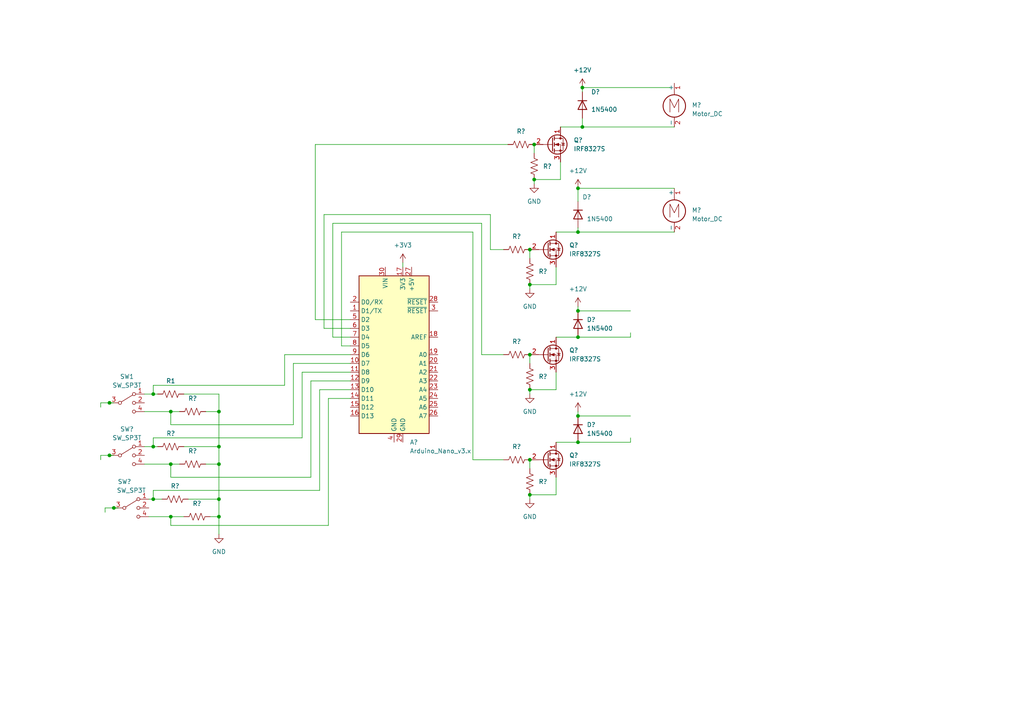
<source format=kicad_sch>
(kicad_sch (version 20211123) (generator eeschema)
  (paper "A4")
  (lib_symbols
    (symbol "Device:R_US" (pin_numbers hide) (pin_names (offset 0))
      (property "Reference" "R" (at 2.54 0 90))
      (property "Value" "R_US" (at -2.54 0 90))
      (symbol "R_US_0_1"
        (polyline (pts (xy 0 -2.286) (xy 0 -2.54)))
        (polyline (pts (xy 0 2.286) (xy 0 2.54)))
        (polyline (pts (xy 0 -0.762) (xy 1.016 -1.143) (xy 0 -1.524) (xy -1.016 -1.905) (xy 0 -2.286)))
        (polyline (pts (xy 0 0.762) (xy 1.016 0.381) (xy 0 0) (xy -1.016 -0.381) (xy 0 -0.762)))
        (polyline (pts (xy 0 2.286) (xy 1.016 1.905) (xy 0 1.524) (xy -1.016 1.143) (xy 0 0.762)))
      )
      (symbol "R_US_1_1"
        (pin passive line (at 0 3.81 270) (length 1.27) (name "~") (number "1"))
        (pin passive line (at 0 -3.81 90) (length 1.27) (name "~") (number "2"))
      )
    )
    (symbol "Diode:1N5400" (pin_numbers hide) (pin_names (offset 1.016) hide)
      (property "Reference" "D" (at 0 2.54 0))
      (property "Value" "1N5400" (at 0 -2.54 0))
      (symbol "1N5400_0_1"
        (polyline (pts (xy -1.27 1.27) (xy -1.27 -1.27)) (stroke (width 0.254)))
        (polyline (pts (xy 1.27 0) (xy -1.27 0)))
        (polyline (pts (xy 1.27 1.27) (xy 1.27 -1.27) (xy -1.27 0) (xy 1.27 1.27)) (stroke (width 0.254)))
      )
      (symbol "1N5400_1_1"
        (pin passive line (at -3.81 0 0) (length 2.54) (name "K") (number "1"))
        (pin passive line (at 3.81 0 180) (length 2.54) (name "A") (number "2"))
      )
    )
    (symbol "MCU_Module:Arduino_Nano_v3.x"
      (property "Reference" "A" (at -10.16 23.495 0))
      (property "Value" "Arduino_Nano_v3.x" (at 5.08 -24.13 0))
      (symbol "Arduino_Nano_v3.x_0_1"
        (rectangle (start -10.16 22.86) (end 10.16 -22.86) (stroke (width 0.254)) (fill (type background)))
      )
      (symbol "Arduino_Nano_v3.x_1_1"
        (pin bidirectional line (at -12.7 12.7 0) (length 2.54) (name "D1/TX") (number "1"))
        (pin bidirectional line (at -12.7 -2.54 0) (length 2.54) (name "D7") (number "10"))
        (pin bidirectional line (at -12.7 -5.08 0) (length 2.54) (name "D8") (number "11"))
        (pin bidirectional line (at -12.7 -7.62 0) (length 2.54) (name "D9") (number "12"))
        (pin bidirectional line (at -12.7 -10.16 0) (length 2.54) (name "D10") (number "13"))
        (pin bidirectional line (at -12.7 -12.7 0) (length 2.54) (name "D11") (number "14"))
        (pin bidirectional line (at -12.7 -15.24 0) (length 2.54) (name "D12") (number "15"))
        (pin bidirectional line (at -12.7 -17.78 0) (length 2.54) (name "D13") (number "16"))
        (pin power_out line (at 2.54 25.4 270) (length 2.54) (name "3V3") (number "17"))
        (pin input line (at 12.7 5.08 180) (length 2.54) (name "AREF") (number "18"))
        (pin bidirectional line (at 12.7 0 180) (length 2.54) (name "A0") (number "19"))
        (pin bidirectional line (at -12.7 15.24 0) (length 2.54) (name "D0/RX") (number "2"))
        (pin bidirectional line (at 12.7 -2.54 180) (length 2.54) (name "A1") (number "20"))
        (pin bidirectional line (at 12.7 -5.08 180) (length 2.54) (name "A2") (number "21"))
        (pin bidirectional line (at 12.7 -7.62 180) (length 2.54) (name "A3") (number "22"))
        (pin bidirectional line (at 12.7 -10.16 180) (length 2.54) (name "A4") (number "23"))
        (pin bidirectional line (at 12.7 -12.7 180) (length 2.54) (name "A5") (number "24"))
        (pin bidirectional line (at 12.7 -15.24 180) (length 2.54) (name "A6") (number "25"))
        (pin bidirectional line (at 12.7 -17.78 180) (length 2.54) (name "A7") (number "26"))
        (pin power_out line (at 5.08 25.4 270) (length 2.54) (name "+5V") (number "27"))
        (pin input line (at 12.7 15.24 180) (length 2.54) (name "~{RESET}") (number "28"))
        (pin power_in line (at 2.54 -25.4 90) (length 2.54) (name "GND") (number "29"))
        (pin input line (at 12.7 12.7 180) (length 2.54) (name "~{RESET}") (number "3"))
        (pin power_in line (at -2.54 25.4 270) (length 2.54) (name "VIN") (number "30"))
        (pin power_in line (at 0 -25.4 90) (length 2.54) (name "GND") (number "4"))
        (pin bidirectional line (at -12.7 10.16 0) (length 2.54) (name "D2") (number "5"))
        (pin bidirectional line (at -12.7 7.62 0) (length 2.54) (name "D3") (number "6"))
        (pin bidirectional line (at -12.7 5.08 0) (length 2.54) (name "D4") (number "7"))
        (pin bidirectional line (at -12.7 2.54 0) (length 2.54) (name "D5") (number "8"))
        (pin bidirectional line (at -12.7 0 0) (length 2.54) (name "D6") (number "9"))
      )
    )
    (symbol "Motor:Motor_DC" (pin_names (offset 0))
      (property "Reference" "M" (at 2.54 2.54 0))
      (property "Value" "Motor_DC" (at 2.54 -5.08 0))
      (symbol "Motor_DC_0_0"
        (polyline (pts (xy -1.27 -3.302) (xy -1.27 0.508) (xy 0 -2.032) (xy 1.27 0.508) (xy 1.27 -3.302)))
      )
      (symbol "Motor_DC_0_1"
        (circle (center 0 -1.524) (radius 3.2512) (stroke (width 0.254)))
        (polyline (pts (xy 0 -7.62) (xy 0 -7.112)))
        (polyline (pts (xy 0 -4.7752) (xy 0 -5.1816)))
        (polyline (pts (xy 0 1.7272) (xy 0 2.0828)))
        (polyline (pts (xy 0 2.032) (xy 0 2.54)))
      )
      (symbol "Motor_DC_1_1"
        (pin passive line (at 0 5.08 270) (length 2.54) (name "+") (number "1"))
        (pin passive line (at 0 -7.62 90) (length 2.54) (name "-") (number "2"))
      )
    )
    (symbol "Switch:SW_SP3T" (pin_names (offset 0) hide)
      (property "Reference" "SW" (at 0 5.08 0))
      (property "Value" "SW_SP3T" (at 0 -5.08 0))
      (symbol "SW_SP3T_0_1"
        (circle (center -2.032 0) (radius 0.4572))
        (polyline (pts (xy -1.651 0.254) (xy 1.651 2.286)))
        (circle (center 2.032 -2.54) (radius 0.4572))
        (circle (center 2.032 0) (radius 0.4572))
        (circle (center 2.032 2.54) (radius 0.4572))
      )
      (symbol "SW_SP3T_1_1"
        (pin passive line (at 5.08 2.54 180) (length 2.54) (name "1") (number "1"))
        (pin passive line (at 5.08 0 180) (length 2.54) (name "2") (number "2"))
        (pin passive line (at -5.08 0 0) (length 2.54) (name "3") (number "3"))
        (pin passive line (at 5.08 -2.54 180) (length 2.54) (name "4") (number "4"))
      )
    )
    (symbol "Transistor_FET:IRF8327S" (pin_names hide)
      (property "Reference" "Q" (at 5.08 1.905 0))
      (property "Value" "IRF8327S" (at 5.08 0 0))
      (symbol "IRF8327S_0_1"
        (polyline (pts (xy 0.254 0) (xy -2.54 0)))
        (polyline (pts (xy 0.254 1.905) (xy 0.254 -1.905)) (stroke (width 0.254)))
        (polyline (pts (xy 0.762 -1.27) (xy 0.762 -2.286)) (stroke (width 0.254)))
        (polyline (pts (xy 0.762 0.508) (xy 0.762 -0.508)) (stroke (width 0.254)))
        (polyline (pts (xy 0.762 2.286) (xy 0.762 1.27)) (stroke (width 0.254)))
        (polyline (pts (xy 2.54 2.54) (xy 2.54 1.778)))
        (polyline (pts (xy 2.54 -2.54) (xy 2.54 0) (xy 0.762 0)))
        (polyline (pts (xy 0.762 -1.778) (xy 3.302 -1.778) (xy 3.302 1.778) (xy 0.762 1.778)))
        (polyline (pts (xy 1.016 0) (xy 2.032 0.381) (xy 2.032 -0.381) (xy 1.016 0)) (fill (type outline)))
        (polyline (pts (xy 2.794 0.508) (xy 2.921 0.381) (xy 3.683 0.381) (xy 3.81 0.254)))
        (polyline (pts (xy 3.302 0.381) (xy 2.921 -0.254) (xy 3.683 -0.254) (xy 3.302 0.381)))
        (circle (center 1.651 0) (radius 2.794) (stroke (width 0.254)))
        (circle (center 2.54 -1.778) (radius 0.254) (fill (type outline)))
        (circle (center 2.54 1.778) (radius 0.254) (fill (type outline)))
      )
      (symbol "IRF8327S_1_1"
        (pin passive line (at 2.54 5.08 270) (length 2.54) (name "D") (number "1"))
        (pin input line (at -5.08 0 0) (length 2.54) (name "G") (number "2"))
        (pin passive line (at 2.54 -5.08 90) (length 2.54) (name "S") (number "3"))
      )
    )
    (symbol "power:+12V" (power) (pin_names (offset 0))
      (property "Value" "+12V" (at 0 3.556 0))
      (symbol "+12V_0_1"
        (polyline (pts (xy -0.762 1.27) (xy 0 2.54)))
        (polyline (pts (xy 0 0) (xy 0 2.54)))
        (polyline (pts (xy 0 2.54) (xy 0.762 1.27)))
      )
      (symbol "+12V_1_1"
        (pin power_in line (at 0 0 90) (length 0) hide (name "+12V") (number "1"))
      )
    )
    (symbol "power:+3.3V" (power) (pin_names (offset 0))
      (property "Value" "+3.3V" (at 0 3.556 0))
      (symbol "+3.3V_0_1"
        (polyline (pts (xy -0.762 1.27) (xy 0 2.54)))
        (polyline (pts (xy 0 0) (xy 0 2.54)))
        (polyline (pts (xy 0 2.54) (xy 0.762 1.27)))
      )
      (symbol "+3.3V_1_1"
        (pin power_in line (at 0 0 90) (length 0) hide (name "+3V3") (number "1"))
      )
    )
    (symbol "power:GND" (power) (pin_names (offset 0))
      (property "Value" "GND" (at 0 -3.81 0))
      (symbol "GND_0_1"
        (polyline (pts (xy 0 0) (xy 0 -1.27) (xy 1.27 -1.27) (xy 0 -2.54) (xy -1.27 -1.27) (xy 0 -1.27)))
      )
      (symbol "GND_1_1"
        (pin power_in line (at 0 0 270) (length 0) hide (name "GND") (number "1"))
      )
    )
  )
  (junction (at 167.64 67.31))
  (junction (at 49.53 134.62))
  (junction (at 168.91 25.4))
  (junction (at 153.67 82.55))
  (junction (at 167.64 97.79))
  (junction (at 33.02 147.32))
  (junction (at 63.5 149.86))
  (junction (at 63.5 144.78))
  (junction (at 63.5 129.54))
  (junction (at 153.67 113.03))
  (junction (at 31.75 132.08))
  (junction (at 154.94 52.07))
  (junction (at 168.91 36.83))
  (junction (at 167.64 128.27))
  (junction (at 153.67 102.87))
  (junction (at 167.64 54.61))
  (junction (at 49.53 149.86))
  (junction (at 63.5 119.38))
  (junction (at 153.67 72.39))
  (junction (at 44.45 114.3))
  (junction (at 167.64 90.17))
  (junction (at 153.67 143.51))
  (junction (at 154.94 41.91))
  (junction (at 44.45 129.54))
  (junction (at 49.53 119.38))
  (junction (at 153.67 133.35))
  (junction (at 63.5 134.62))
  (junction (at 167.64 120.65))
  (junction (at 31.75 116.84))
  (junction (at 44.45 144.78))
  (wire (pts (xy 49.53 119.38) (xy 52.07 119.38)))
  (wire (pts (xy 31.75 116.84) (xy 33.02 116.84)))
  (wire (pts (xy 30.48 147.32) (xy 33.02 147.32)))
  (wire (pts (xy 29.21 118.11) (xy 29.21 116.84)))
  (wire (pts (xy 30.48 148.59) (xy 30.48 147.32)))
  (wire (pts (xy 90.17 110.49) (xy 101.6 110.49)))
  (wire (pts (xy 44.45 129.54) (xy 45.72 129.54)))
  (wire (pts (xy 161.29 143.51) (xy 153.67 143.51)))
  (wire (pts (xy 59.69 134.62) (xy 63.5 134.62)))
  (wire (pts (xy 99.06 67.31) (xy 137.16 67.31)))
  (wire (pts (xy 167.64 128.27) (xy 182.88 128.27)))
  (wire (pts (xy 139.7 102.87) (xy 146.05 102.87)))
  (wire (pts (xy 153.67 83.82) (xy 153.67 82.55)))
  (wire (pts (xy 96.52 97.79) (xy 96.52 64.77)))
  (wire (pts (xy 41.91 119.38) (xy 49.53 119.38)))
  (wire (pts (xy 96.52 64.77) (xy 139.7 64.77)))
  (wire (pts (xy 44.45 129.54) (xy 44.45 127)))
  (wire (pts (xy 167.64 66.04) (xy 167.64 67.31)))
  (wire (pts (xy 153.67 133.35) (xy 153.67 135.89)))
  (wire (pts (xy 161.29 107.95) (xy 161.29 113.03)))
  (wire (pts (xy 63.5 134.62) (xy 63.5 129.54)))
  (wire (pts (xy 168.91 36.83) (xy 195.58 36.83)))
  (wire (pts (xy 168.91 34.29) (xy 168.91 36.83)))
  (wire (pts (xy 182.88 96.52) (xy 182.88 97.79)))
  (wire (pts (xy 85.09 123.19) (xy 85.09 105.41)))
  (wire (pts (xy 44.45 144.78) (xy 46.99 144.78)))
  (wire (pts (xy 167.64 88.9) (xy 167.64 90.17)))
  (wire (pts (xy 49.53 152.4) (xy 95.25 152.4)))
  (wire (pts (xy 31.75 132.08) (xy 33.02 132.08)))
  (wire (pts (xy 49.53 123.19) (xy 85.09 123.19)))
  (wire (pts (xy 162.56 36.83) (xy 168.91 36.83)))
  (wire (pts (xy 63.5 154.94) (xy 63.5 149.86)))
  (wire (pts (xy 33.02 147.32) (xy 34.29 147.32)))
  (wire (pts (xy 162.56 52.07) (xy 154.94 52.07)))
  (wire (pts (xy 154.94 53.34) (xy 154.94 52.07)))
  (wire (pts (xy 167.64 120.65) (xy 182.88 120.65)))
  (wire (pts (xy 44.45 114.3) (xy 44.45 111.76)))
  (wire (pts (xy 29.21 116.84) (xy 31.75 116.84)))
  (wire (pts (xy 137.16 67.31) (xy 137.16 133.35)))
  (wire (pts (xy 95.25 115.57) (xy 101.6 115.57)))
  (wire (pts (xy 161.29 77.47) (xy 161.29 82.55)))
  (wire (pts (xy 92.71 142.24) (xy 92.71 113.03)))
  (wire (pts (xy 153.67 72.39) (xy 153.67 74.93)))
  (wire (pts (xy 91.44 92.71) (xy 101.6 92.71)))
  (wire (pts (xy 44.45 114.3) (xy 45.72 114.3)))
  (wire (pts (xy 161.29 82.55) (xy 153.67 82.55)))
  (wire (pts (xy 53.34 129.54) (xy 63.5 129.54)))
  (wire (pts (xy 49.53 138.43) (xy 90.17 138.43)))
  (wire (pts (xy 44.45 127) (xy 87.63 127)))
  (wire (pts (xy 29.21 132.08) (xy 31.75 132.08)))
  (wire (pts (xy 167.64 97.79) (xy 182.88 97.79)))
  (wire (pts (xy 41.91 134.62) (xy 49.53 134.62)))
  (wire (pts (xy 82.55 102.87) (xy 101.6 102.87)))
  (wire (pts (xy 162.56 46.99) (xy 162.56 52.07)))
  (wire (pts (xy 91.44 41.91) (xy 147.32 41.91)))
  (wire (pts (xy 63.5 119.38) (xy 63.5 114.3)))
  (wire (pts (xy 63.5 129.54) (xy 63.5 119.38)))
  (wire (pts (xy 182.88 127) (xy 182.88 128.27)))
  (wire (pts (xy 85.09 105.41) (xy 101.6 105.41)))
  (wire (pts (xy 93.98 95.25) (xy 93.98 62.23)))
  (wire (pts (xy 167.64 119.38) (xy 167.64 120.65)))
  (wire (pts (xy 161.29 67.31) (xy 167.64 67.31)))
  (wire (pts (xy 161.29 138.43) (xy 161.29 143.51)))
  (wire (pts (xy 44.45 144.78) (xy 44.45 142.24)))
  (wire (pts (xy 54.61 144.78) (xy 63.5 144.78)))
  (wire (pts (xy 49.53 134.62) (xy 52.07 134.62)))
  (wire (pts (xy 153.67 144.78) (xy 153.67 143.51)))
  (wire (pts (xy 142.24 62.23) (xy 142.24 72.39)))
  (wire (pts (xy 82.55 111.76) (xy 82.55 102.87)))
  (wire (pts (xy 43.18 149.86) (xy 49.53 149.86)))
  (wire (pts (xy 60.96 149.86) (xy 63.5 149.86)))
  (wire (pts (xy 167.64 90.17) (xy 182.88 90.17)))
  (wire (pts (xy 137.16 133.35) (xy 146.05 133.35)))
  (wire (pts (xy 87.63 107.95) (xy 101.6 107.95)))
  (wire (pts (xy 161.29 113.03) (xy 153.67 113.03)))
  (wire (pts (xy 43.18 144.78) (xy 44.45 144.78)))
  (wire (pts (xy 101.6 95.25) (xy 93.98 95.25)))
  (wire (pts (xy 167.64 54.61) (xy 167.64 58.42)))
  (wire (pts (xy 63.5 114.3) (xy 53.34 114.3)))
  (wire (pts (xy 167.64 54.61) (xy 195.58 54.61)))
  (wire (pts (xy 90.17 138.43) (xy 90.17 110.49)))
  (wire (pts (xy 44.45 111.76) (xy 82.55 111.76)))
  (wire (pts (xy 29.21 133.35) (xy 29.21 132.08)))
  (wire (pts (xy 63.5 144.78) (xy 63.5 134.62)))
  (wire (pts (xy 99.06 67.31) (xy 99.06 100.33)))
  (wire (pts (xy 167.64 67.31) (xy 195.58 67.31)))
  (wire (pts (xy 44.45 142.24) (xy 92.71 142.24)))
  (wire (pts (xy 93.98 62.23) (xy 142.24 62.23)))
  (wire (pts (xy 161.29 97.79) (xy 167.64 97.79)))
  (wire (pts (xy 92.71 113.03) (xy 101.6 113.03)))
  (wire (pts (xy 153.67 114.3) (xy 153.67 113.03)))
  (wire (pts (xy 41.91 114.3) (xy 44.45 114.3)))
  (wire (pts (xy 49.53 149.86) (xy 53.34 149.86)))
  (wire (pts (xy 95.25 152.4) (xy 95.25 115.57)))
  (wire (pts (xy 49.53 119.38) (xy 49.53 123.19)))
  (wire (pts (xy 63.5 149.86) (xy 63.5 144.78)))
  (wire (pts (xy 49.53 149.86) (xy 49.53 152.4)))
  (wire (pts (xy 87.63 127) (xy 87.63 107.95)))
  (wire (pts (xy 168.91 25.4) (xy 194.31 25.4)))
  (wire (pts (xy 49.53 134.62) (xy 49.53 138.43)))
  (wire (pts (xy 59.69 119.38) (xy 63.5 119.38)))
  (wire (pts (xy 168.91 25.4) (xy 168.91 26.67)))
  (wire (pts (xy 154.94 41.91) (xy 154.94 44.45)))
  (wire (pts (xy 139.7 64.77) (xy 139.7 102.87)))
  (wire (pts (xy 153.67 102.87) (xy 153.67 105.41)))
  (wire (pts (xy 99.06 100.33) (xy 101.6 100.33)))
  (wire (pts (xy 142.24 72.39) (xy 146.05 72.39)))
  (wire (pts (xy 116.84 76.2) (xy 116.84 77.47)))
  (wire (pts (xy 41.91 129.54) (xy 44.45 129.54)))
  (wire (pts (xy 161.29 128.27) (xy 167.64 128.27)))
  (wire (pts (xy 91.44 92.71) (xy 91.44 41.91)))
  (wire (pts (xy 101.6 97.79) (xy 96.52 97.79)))
  (symbol (lib_id "Device:R_US") (at 151.13 41.91 90) (unit 1)
    (property "Reference" "R?" (at 151.13 38.1 90))
    (property "Value" "330" (effects hide))
  )
  (symbol (lib_id "Device:R_US") (at 149.86 102.87 90) (unit 1)
    (property "Reference" "R?" (at 149.86 99.06 90))
    (property "Value" "330" (effects hide))
  )
  (symbol (lib_id "Device:R_US") (at 154.94 48.26 180) (unit 1)
    (property "Reference" "R?" (at 157.48 48.2599 0) (effects (justify right)))
    (property "Value" "330" (effects hide))
  )
  (symbol (lib_id "Device:R_US") (at 153.67 139.7 180) (unit 1)
    (property "Reference" "R?" (at 156.21 139.6999 0) (effects (justify right)))
    (property "Value" "330" (effects hide))
  )
  (symbol (lib_id "Switch:SW_SP3T") (at 38.1 147.32 0) (unit 1)
    (property "Reference" "SW?" (at 38.1 139.7 0) (effects (justify right)))
    (property "Value" "SW_SP3T      " (at 38.1 142.24 0))
  )
  (symbol (lib_id "power:+12V") (at 168.91 25.4 0) (unit 1)
    (property "Reference" "#PWR?" (effects hide))
    (property "Value" "+12V" (at 168.91 20.32 0))
  )
  (symbol (lib_id "Diode:1N5400") (at 168.91 30.48 270) (unit 1)
    (property "Reference" "D?" (at 171.45 26.6699 90) (effects (justify left)))
    (property "Value" "1N5400" (at 171.45 31.7499 90) (effects (justify left)))
    (property "Footprint" "Diode_THT:D_DO-201AD_P15.24mm_Horizontal" (effects hide))
    (property "Datasheet" "http://www.vishay.com/docs/88516/1n5400.pdf" (effects hide))
  )
  (symbol (lib_id "Device:R_US") (at 55.88 119.38 90) (unit 1)
    (property "Reference" "R?" (at 55.88 115.57 90))
    (property "Value" "330" (effects hide))
  )
  (symbol (lib_id "power:+3.3V") (at 116.84 76.2 0) (unit 1)
    (property "Reference" "#PWR?" (effects hide))
    (property "Value" "+3.3V" (at 116.84 71.12 0))
  )
  (symbol (lib_id "Device:R_US") (at 49.53 129.54 90) (unit 1)
    (property "Reference" "R?" (at 49.53 125.73 90))
    (property "Value" "330" (effects hide))
  )
  (symbol (lib_id "MCU_Module:Arduino_Nano_v3.x") (at 114.3 102.87 0) (unit 1)
    (property "Reference" "A?" (at 118.8594 128.27 0) (effects (justify left)))
    (property "Value" "Arduino_Nano_v3.x" (at 118.8594 130.81 0) (effects (justify left)))
    (property "Footprint" "Module:Arduino_Nano" (effects hide))
    (property "Datasheet" "http://www.mouser.com/pdfdocs/Gravitech_Arduino_Nano3_0.pdf" (effects hide))
  )
  (symbol (lib_id "Transistor_FET:IRF8327S") (at 158.75 133.35 0) (unit 1)
    (property "Reference" "Q?" (at 165.1 132.0799 0) (effects (justify left)))
    (property "Value" "IRF8327S" (at 165.1 134.6199 0) (effects (justify left)))
    (property "Footprint" "Package_DirectFET:DirectFET_SQ" (effects hide))
    (property "Datasheet" "https://www.infineon.com/dgdl/irf8327spbf.pdf?fileId=5546d462533600a40153560d40c41d65" (effects hide))
  )
  (symbol (lib_id "Device:R_US") (at 153.67 78.74 180) (unit 1)
    (property "Reference" "R?" (at 156.21 78.7399 0) (effects (justify right)))
    (property "Value" "330" (effects hide))
  )
  (symbol (lib_id "power:GND") (at 63.5 154.94 0) (unit 1)
    (property "Reference" "#PWR?" (effects hide))
    (property "Value" "GND" (at 63.5 160.02 0))
  )
  (symbol (lib_id "Switch:SW_SP3T") (at 36.83 132.08 0) (unit 1)
    (property "Reference" "SW?" (at 36.83 124.46 0))
    (property "Value" "SW_SP3T" (at 36.83 127 0))
  )
  (symbol (lib_id "Device:R_US") (at 49.53 114.3 90) (unit 1)
    (property "Reference" "R1" (at 49.53 110.49 90))
    (property "Value" "330" (effects hide))
  )
  (symbol (lib_id "Device:R_US") (at 149.86 72.39 90) (unit 1)
    (property "Reference" "R?" (at 149.86 68.58 90))
    (property "Value" "330" (effects hide))
  )
  (symbol (lib_id "Switch:SW_SP3T") (at 36.83 116.84 0) (unit 1)
    (property "Reference" "SW1" (at 36.83 109.22 0))
    (property "Value" "SW_SP3T" (at 36.83 111.76 0))
  )
  (symbol (lib_id "Device:R_US") (at 55.88 134.62 90) (unit 1)
    (property "Reference" "R?" (at 55.88 130.81 90))
    (property "Value" "330" (effects hide))
  )
  (symbol (lib_id "Transistor_FET:IRF8327S") (at 158.75 72.39 0) (unit 1)
    (property "Reference" "Q?" (at 165.1 71.1199 0) (effects (justify left)))
    (property "Value" "IRF8327S" (at 165.1 73.6599 0) (effects (justify left)))
    (property "Footprint" "Package_DirectFET:DirectFET_SQ" (effects hide))
    (property "Datasheet" "https://www.infineon.com/dgdl/irf8327spbf.pdf?fileId=5546d462533600a40153560d40c41d65" (effects hide))
  )
  (symbol (lib_id "power:GND") (at 153.67 83.82 0) (unit 1)
    (property "Reference" "#PWR?" (effects hide))
    (property "Value" "GND" (at 153.67 88.9 0))
  )
  (symbol (lib_id "Device:R_US") (at 50.8 144.78 90) (unit 1)
    (property "Reference" "R?" (at 50.8 140.97 90))
    (property "Value" "330" (effects hide))
  )
  (symbol (lib_id "power:+12V") (at 167.64 119.38 0) (unit 1)
    (property "Reference" "#PWR?" (effects hide))
    (property "Value" "+12V" (at 167.64 114.3 0))
  )
  (symbol (lib_id "Diode:1N5400") (at 167.64 93.98 270) (unit 1)
    (property "Reference" "D?" (at 170.18 92.7099 90) (effects (justify left)))
    (property "Value" "1N5400" (at 170.18 95.2499 90) (effects (justify left)))
    (property "Footprint" "Diode_THT:D_DO-201AD_P15.24mm_Horizontal" (effects hide))
    (property "Datasheet" "http://www.vishay.com/docs/88516/1n5400.pdf" (effects hide))
  )
  (symbol (lib_id "Motor:Motor_DC") (at 195.58 59.69 0) (unit 1)
    (property "Reference" "M?" (at 200.66 60.9599 0) (effects (justify left)))
    (property "Value" "Motor_DC" (at 200.66 63.4999 0) (effects (justify left)))
  )
  (symbol (lib_id "Transistor_FET:IRF8327S") (at 160.02 41.91 0) (unit 1)
    (property "Reference" "Q?" (at 166.37 40.6399 0) (effects (justify left)))
    (property "Value" "IRF8327S" (at 166.37 43.1799 0) (effects (justify left)))
    (property "Footprint" "Package_DirectFET:DirectFET_SQ" (effects hide))
    (property "Datasheet" "https://www.infineon.com/dgdl/irf8327spbf.pdf?fileId=5546d462533600a40153560d40c41d65" (effects hide))
  )
  (symbol (lib_id "power:+12V") (at 167.64 88.9 0) (unit 1)
    (property "Reference" "#PWR?" (effects hide))
    (property "Value" "+12V" (at 167.64 83.82 0))
  )
  (symbol (lib_id "power:GND") (at 153.67 144.78 0) (unit 1)
    (property "Reference" "#PWR?" (effects hide))
    (property "Value" "GND" (at 153.67 149.86 0))
  )
  (symbol (lib_id "power:GND") (at 153.67 114.3 0) (unit 1)
    (property "Reference" "#PWR?" (effects hide))
    (property "Value" "GND" (at 153.67 119.38 0))
  )
  (symbol (lib_id "Diode:1N5400") (at 167.64 62.23 270) (unit 1)
    (property "Reference" "D?" (at 168.91 57.1499 90) (effects (justify left)))
    (property "Value" "1N5400" (at 170.18 63.4999 90) (effects (justify left)))
    (property "Footprint" "Diode_THT:D_DO-201AD_P15.24mm_Horizontal" (effects hide))
    (property "Datasheet" "http://www.vishay.com/docs/88516/1n5400.pdf" (effects hide))
  )
  (symbol (lib_id "power:GND") (at 154.94 53.34 0) (unit 1)
    (property "Reference" "#PWR?" (effects hide))
    (property "Value" "GND" (at 154.94 58.42 0))
  )
  (symbol (lib_id "Diode:1N5400") (at 167.64 124.46 270) (unit 1)
    (property "Reference" "D?" (at 170.18 123.1899 90) (effects (justify left)))
    (property "Value" "1N5400" (at 170.18 125.7299 90) (effects (justify left)))
    (property "Footprint" "Diode_THT:D_DO-201AD_P15.24mm_Horizontal" (effects hide))
    (property "Datasheet" "http://www.vishay.com/docs/88516/1n5400.pdf" (effects hide))
  )
  (symbol (lib_id "Transistor_FET:IRF8327S") (at 158.75 102.87 0) (unit 1)
    (property "Reference" "Q?" (at 165.1 101.5999 0) (effects (justify left)))
    (property "Value" "IRF8327S" (at 165.1 104.1399 0) (effects (justify left)))
    (property "Footprint" "Package_DirectFET:DirectFET_SQ" (effects hide))
    (property "Datasheet" "https://www.infineon.com/dgdl/irf8327spbf.pdf?fileId=5546d462533600a40153560d40c41d65" (effects hide))
  )
  (symbol (lib_id "Motor:Motor_DC") (at 195.58 29.21 0) (unit 1)
    (property "Reference" "M?" (at 200.66 30.4799 0) (effects (justify left)))
    (property "Value" "Motor_DC" (at 200.66 33.0199 0) (effects (justify left)))
  )
  (symbol (lib_id "Device:R_US") (at 153.67 109.22 180) (unit 1)
    (property "Reference" "R?" (at 156.21 109.2199 0) (effects (justify right)))
    (property "Value" "330" (effects hide))
  )
  (symbol (lib_id "Device:R_US") (at 57.15 149.86 90) (unit 1)
    (property "Reference" "R?" (at 57.15 146.05 90))
    (property "Value" "330" (effects hide))
  )
  (symbol (lib_id "Device:R_US") (at 149.86 133.35 90) (unit 1)
    (property "Reference" "R?" (at 149.86 129.54 90))
    (property "Value" "330" (effects hide))
  )
  (symbol (lib_id "power:+12V") (at 167.64 54.61 0) (unit 1)
    (property "Reference" "#PWR?" (effects hide))
    (property "Value" "+12V" (at 167.64 49.53 0))
  )
)
</source>
